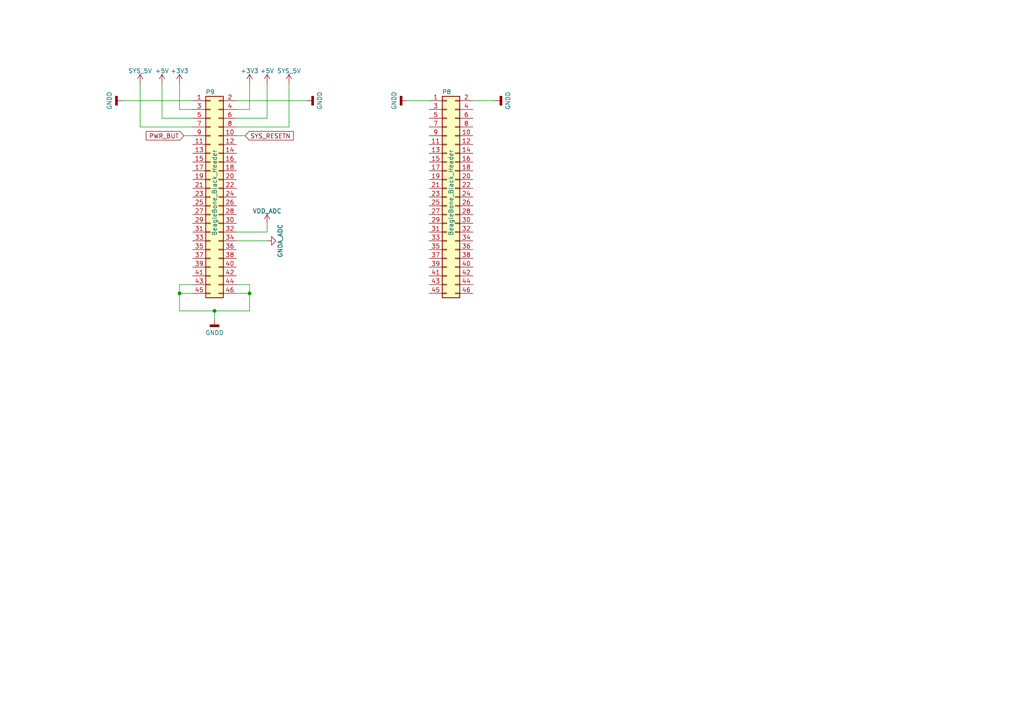
<source format=kicad_sch>
(kicad_sch (version 20230121) (generator eeschema)
  (paper "A4")
  (lib_symbols
    (symbol "BeagleBone-Black-Cape-rescue:+3.3V-power" (power) (pin_names (offset 0))
      (property "Value" "+3.3V-power" (at 0 3.556 0))
      (symbol "+3.3V-power_0_1"
        (polyline (pts (xy -0.762 1.27) (xy 0 2.54)))
        (polyline (pts (xy 0 0) (xy 0 2.54)))
        (polyline (pts (xy 0 2.54) (xy 0.762 1.27)))
      )
      (symbol "+3.3V-power_1_1"
        (pin power_in line (at 0 0 90) (length 0) hide (name "+3V3") (number "1"))
      )
    )
    (symbol "Connector_Generic:Conn_02x23_Odd_Even" (pin_names (offset 1.016) hide)
      (property "Reference" "J" (at 1.27 30.48 0))
      (property "Value" "Conn_02x23_Odd_Even" (at 1.27 -30.48 0))
      (symbol "Conn_02x23_Odd_Even_1_1"
        (rectangle (start -1.27 -27.813) (end 0 -28.067) (stroke (width 0.1524)))
        (rectangle (start -1.27 -25.273) (end 0 -25.527) (stroke (width 0.1524)))
        (rectangle (start -1.27 -22.733) (end 0 -22.987) (stroke (width 0.1524)))
        (rectangle (start -1.27 -20.193) (end 0 -20.447) (stroke (width 0.1524)))
        (rectangle (start -1.27 -17.653) (end 0 -17.907) (stroke (width 0.1524)))
        (rectangle (start -1.27 -15.113) (end 0 -15.367) (stroke (width 0.1524)))
        (rectangle (start -1.27 -12.573) (end 0 -12.827) (stroke (width 0.1524)))
        (rectangle (start -1.27 -10.033) (end 0 -10.287) (stroke (width 0.1524)))
        (rectangle (start -1.27 -7.493) (end 0 -7.747) (stroke (width 0.1524)))
        (rectangle (start -1.27 -4.953) (end 0 -5.207) (stroke (width 0.1524)))
        (rectangle (start -1.27 -2.413) (end 0 -2.667) (stroke (width 0.1524)))
        (rectangle (start -1.27 0.127) (end 0 -0.127) (stroke (width 0.1524)))
        (rectangle (start -1.27 2.667) (end 0 2.413) (stroke (width 0.1524)))
        (rectangle (start -1.27 5.207) (end 0 4.953) (stroke (width 0.1524)))
        (rectangle (start -1.27 7.747) (end 0 7.493) (stroke (width 0.1524)))
        (rectangle (start -1.27 10.287) (end 0 10.033) (stroke (width 0.1524)))
        (rectangle (start -1.27 12.827) (end 0 12.573) (stroke (width 0.1524)))
        (rectangle (start -1.27 15.367) (end 0 15.113) (stroke (width 0.1524)))
        (rectangle (start -1.27 17.907) (end 0 17.653) (stroke (width 0.1524)))
        (rectangle (start -1.27 20.447) (end 0 20.193) (stroke (width 0.1524)))
        (rectangle (start -1.27 22.987) (end 0 22.733) (stroke (width 0.1524)))
        (rectangle (start -1.27 25.527) (end 0 25.273) (stroke (width 0.1524)))
        (rectangle (start -1.27 28.067) (end 0 27.813) (stroke (width 0.1524)))
        (rectangle (start -1.27 29.21) (end 3.81 -29.21) (stroke (width 0.254)) (fill (type background)))
        (rectangle (start 3.81 -27.813) (end 2.54 -28.067) (stroke (width 0.1524)))
        (rectangle (start 3.81 -25.273) (end 2.54 -25.527) (stroke (width 0.1524)))
        (rectangle (start 3.81 -22.733) (end 2.54 -22.987) (stroke (width 0.1524)))
        (rectangle (start 3.81 -20.193) (end 2.54 -20.447) (stroke (width 0.1524)))
        (rectangle (start 3.81 -17.653) (end 2.54 -17.907) (stroke (width 0.1524)))
        (rectangle (start 3.81 -15.113) (end 2.54 -15.367) (stroke (width 0.1524)))
        (rectangle (start 3.81 -12.573) (end 2.54 -12.827) (stroke (width 0.1524)))
        (rectangle (start 3.81 -10.033) (end 2.54 -10.287) (stroke (width 0.1524)))
        (rectangle (start 3.81 -7.493) (end 2.54 -7.747) (stroke (width 0.1524)))
        (rectangle (start 3.81 -4.953) (end 2.54 -5.207) (stroke (width 0.1524)))
        (rectangle (start 3.81 -2.413) (end 2.54 -2.667) (stroke (width 0.1524)))
        (rectangle (start 3.81 0.127) (end 2.54 -0.127) (stroke (width 0.1524)))
        (rectangle (start 3.81 2.667) (end 2.54 2.413) (stroke (width 0.1524)))
        (rectangle (start 3.81 5.207) (end 2.54 4.953) (stroke (width 0.1524)))
        (rectangle (start 3.81 7.747) (end 2.54 7.493) (stroke (width 0.1524)))
        (rectangle (start 3.81 10.287) (end 2.54 10.033) (stroke (width 0.1524)))
        (rectangle (start 3.81 12.827) (end 2.54 12.573) (stroke (width 0.1524)))
        (rectangle (start 3.81 15.367) (end 2.54 15.113) (stroke (width 0.1524)))
        (rectangle (start 3.81 17.907) (end 2.54 17.653) (stroke (width 0.1524)))
        (rectangle (start 3.81 20.447) (end 2.54 20.193) (stroke (width 0.1524)))
        (rectangle (start 3.81 22.987) (end 2.54 22.733) (stroke (width 0.1524)))
        (rectangle (start 3.81 25.527) (end 2.54 25.273) (stroke (width 0.1524)))
        (rectangle (start 3.81 28.067) (end 2.54 27.813) (stroke (width 0.1524)))
        (pin passive line (at -5.08 27.94 0) (length 3.81) (name "Pin_1") (number "1"))
        (pin passive line (at 7.62 17.78 180) (length 3.81) (name "Pin_10") (number "10"))
        (pin passive line (at -5.08 15.24 0) (length 3.81) (name "Pin_11") (number "11"))
        (pin passive line (at 7.62 15.24 180) (length 3.81) (name "Pin_12") (number "12"))
        (pin passive line (at -5.08 12.7 0) (length 3.81) (name "Pin_13") (number "13"))
        (pin passive line (at 7.62 12.7 180) (length 3.81) (name "Pin_14") (number "14"))
        (pin passive line (at -5.08 10.16 0) (length 3.81) (name "Pin_15") (number "15"))
        (pin passive line (at 7.62 10.16 180) (length 3.81) (name "Pin_16") (number "16"))
        (pin passive line (at -5.08 7.62 0) (length 3.81) (name "Pin_17") (number "17"))
        (pin passive line (at 7.62 7.62 180) (length 3.81) (name "Pin_18") (number "18"))
        (pin passive line (at -5.08 5.08 0) (length 3.81) (name "Pin_19") (number "19"))
        (pin passive line (at 7.62 27.94 180) (length 3.81) (name "Pin_2") (number "2"))
        (pin passive line (at 7.62 5.08 180) (length 3.81) (name "Pin_20") (number "20"))
        (pin passive line (at -5.08 2.54 0) (length 3.81) (name "Pin_21") (number "21"))
        (pin passive line (at 7.62 2.54 180) (length 3.81) (name "Pin_22") (number "22"))
        (pin passive line (at -5.08 0 0) (length 3.81) (name "Pin_23") (number "23"))
        (pin passive line (at 7.62 0 180) (length 3.81) (name "Pin_24") (number "24"))
        (pin passive line (at -5.08 -2.54 0) (length 3.81) (name "Pin_25") (number "25"))
        (pin passive line (at 7.62 -2.54 180) (length 3.81) (name "Pin_26") (number "26"))
        (pin passive line (at -5.08 -5.08 0) (length 3.81) (name "Pin_27") (number "27"))
        (pin passive line (at 7.62 -5.08 180) (length 3.81) (name "Pin_28") (number "28"))
        (pin passive line (at -5.08 -7.62 0) (length 3.81) (name "Pin_29") (number "29"))
        (pin passive line (at -5.08 25.4 0) (length 3.81) (name "Pin_3") (number "3"))
        (pin passive line (at 7.62 -7.62 180) (length 3.81) (name "Pin_30") (number "30"))
        (pin passive line (at -5.08 -10.16 0) (length 3.81) (name "Pin_31") (number "31"))
        (pin passive line (at 7.62 -10.16 180) (length 3.81) (name "Pin_32") (number "32"))
        (pin passive line (at -5.08 -12.7 0) (length 3.81) (name "Pin_33") (number "33"))
        (pin passive line (at 7.62 -12.7 180) (length 3.81) (name "Pin_34") (number "34"))
        (pin passive line (at -5.08 -15.24 0) (length 3.81) (name "Pin_35") (number "35"))
        (pin passive line (at 7.62 -15.24 180) (length 3.81) (name "Pin_36") (number "36"))
        (pin passive line (at -5.08 -17.78 0) (length 3.81) (name "Pin_37") (number "37"))
        (pin passive line (at 7.62 -17.78 180) (length 3.81) (name "Pin_38") (number "38"))
        (pin passive line (at -5.08 -20.32 0) (length 3.81) (name "Pin_39") (number "39"))
        (pin passive line (at 7.62 25.4 180) (length 3.81) (name "Pin_4") (number "4"))
        (pin passive line (at 7.62 -20.32 180) (length 3.81) (name "Pin_40") (number "40"))
        (pin passive line (at -5.08 -22.86 0) (length 3.81) (name "Pin_41") (number "41"))
        (pin passive line (at 7.62 -22.86 180) (length 3.81) (name "Pin_42") (number "42"))
        (pin passive line (at -5.08 -25.4 0) (length 3.81) (name "Pin_43") (number "43"))
        (pin passive line (at 7.62 -25.4 180) (length 3.81) (name "Pin_44") (number "44"))
        (pin passive line (at -5.08 -27.94 0) (length 3.81) (name "Pin_45") (number "45"))
        (pin passive line (at 7.62 -27.94 180) (length 3.81) (name "Pin_46") (number "46"))
        (pin passive line (at -5.08 22.86 0) (length 3.81) (name "Pin_5") (number "5"))
        (pin passive line (at 7.62 22.86 180) (length 3.81) (name "Pin_6") (number "6"))
        (pin passive line (at -5.08 20.32 0) (length 3.81) (name "Pin_7") (number "7"))
        (pin passive line (at 7.62 20.32 180) (length 3.81) (name "Pin_8") (number "8"))
        (pin passive line (at -5.08 17.78 0) (length 3.81) (name "Pin_9") (number "9"))
      )
    )
    (symbol "power:+5V" (power) (pin_names (offset 0))
      (property "Value" "+5V" (at 0 3.556 0))
      (symbol "+5V_0_1"
        (polyline (pts (xy -0.762 1.27) (xy 0 2.54)))
        (polyline (pts (xy 0 0) (xy 0 2.54)))
        (polyline (pts (xy 0 2.54) (xy 0.762 1.27)))
      )
      (symbol "+5V_1_1"
        (pin power_in line (at 0 0 90) (length 0) hide (name "+5V") (number "1"))
      )
    )
    (symbol "power:GNDD" (power) (pin_names (offset 0))
      (property "Value" "GNDD" (at 0 -3.175 0))
      (symbol "GNDD_0_1"
        (rectangle (start -1.27 -1.524) (end 1.27 -2.032) (stroke (width 0.254)) (fill (type outline)))
        (polyline (pts (xy 0 0) (xy 0 -1.524)))
      )
      (symbol "GNDD_1_1"
        (pin power_in line (at 0 0 270) (length 0) hide (name "GNDD") (number "1"))
      )
    )
    (symbol "pwr_BeagleBone:GNDA_ADC" (power) (pin_names (offset 0))
      (property "Value" "GNDA_ADC" (at 0 -3.81 0))
      (symbol "GNDA_ADC_0_1"
        (polyline (pts (xy 0 0) (xy 0 -1.27) (xy 1.27 -1.27) (xy 0 -2.54) (xy -1.27 -1.27) (xy 0 -1.27)))
      )
      (symbol "GNDA_ADC_1_1"
        (pin power_in line (at 0 0 270) (length 0) hide (name "GNDA_ADC") (number "1"))
      )
    )
    (symbol "pwr_BeagleBone:SYS_5V" (power) (pin_names (offset 0))
      (property "Value" "SYS_5V" (at 0 3.556 0))
      (symbol "SYS_5V_0_1"
        (polyline (pts (xy -0.762 1.27) (xy 0 2.54)))
        (polyline (pts (xy 0 0) (xy 0 2.54)))
        (polyline (pts (xy 0 2.54) (xy 0.762 1.27)))
      )
      (symbol "SYS_5V_1_1"
        (pin power_in line (at 0 0 90) (length 0) hide (name "SYS_5V") (number "1"))
      )
    )
    (symbol "pwr_BeagleBone:VDD_ADC" (power) (pin_names (offset 0))
      (property "Value" "VDD_ADC" (at 0 3.556 0))
      (symbol "VDD_ADC_0_1"
        (polyline (pts (xy -0.762 1.27) (xy 0 2.54)))
        (polyline (pts (xy 0 0) (xy 0 2.54)))
        (polyline (pts (xy 0 2.54) (xy 0.762 1.27)))
      )
      (symbol "VDD_ADC_1_1"
        (pin power_in line (at 0 0 90) (length 0) hide (name "VDD_ADC") (number "1"))
      )
    )
  )
  (junction (at 52.07 85.09))
  (junction (at 62.23 90.17))
  (junction (at 72.39 85.09))
  (wire (pts (xy 55.88 85.09) (xy 52.07 85.09)))
  (wire (pts (xy 68.58 82.55) (xy 72.39 82.55)))
  (wire (pts (xy 68.58 31.75) (xy 72.39 31.75)))
  (wire (pts (xy 77.47 67.31) (xy 77.47 64.77)))
  (wire (pts (xy 46.99 34.29) (xy 46.99 24.13)))
  (wire (pts (xy 55.88 34.29) (xy 46.99 34.29)))
  (wire (pts (xy 40.64 36.83) (xy 40.64 24.13)))
  (wire (pts (xy 72.39 85.09) (xy 72.39 90.17)))
  (wire (pts (xy 72.39 90.17) (xy 62.23 90.17)))
  (wire (pts (xy 62.23 90.17) (xy 52.07 90.17)))
  (wire (pts (xy 83.82 36.83) (xy 68.58 36.83)))
  (wire (pts (xy 68.58 39.37) (xy 71.12 39.37)))
  (wire (pts (xy 68.58 29.21) (xy 88.9 29.21)))
  (wire (pts (xy 72.39 31.75) (xy 72.39 24.13)))
  (wire (pts (xy 83.82 24.13) (xy 83.82 36.83)))
  (wire (pts (xy 118.11 29.21) (xy 124.46 29.21)))
  (wire (pts (xy 52.07 85.09) (xy 52.07 82.55)))
  (wire (pts (xy 55.88 39.37) (xy 53.34 39.37)))
  (wire (pts (xy 68.58 34.29) (xy 77.47 34.29)))
  (wire (pts (xy 55.88 31.75) (xy 52.07 31.75)))
  (wire (pts (xy 77.47 34.29) (xy 77.47 24.13)))
  (wire (pts (xy 137.16 29.21) (xy 143.51 29.21)))
  (wire (pts (xy 62.23 92.71) (xy 62.23 90.17)))
  (wire (pts (xy 55.88 29.21) (xy 35.56 29.21)))
  (wire (pts (xy 68.58 67.31) (xy 77.47 67.31)))
  (wire (pts (xy 52.07 90.17) (xy 52.07 85.09)))
  (wire (pts (xy 52.07 31.75) (xy 52.07 24.13)))
  (wire (pts (xy 72.39 82.55) (xy 72.39 85.09)))
  (wire (pts (xy 52.07 82.55) (xy 55.88 82.55)))
  (wire (pts (xy 55.88 36.83) (xy 40.64 36.83)))
  (wire (pts (xy 68.58 69.85) (xy 77.47 69.85)))
  (wire (pts (xy 68.58 85.09) (xy 72.39 85.09)))
  (global_label "PWR_BUT" (shape input) (at 53.34 39.37 180) (property "Intersheetrefs" "${INTERSHEET_REFS}" (effects hide)))
  (global_label "SYS_RESETN" (shape input) (at 71.12 39.37 0) (property "Intersheetrefs" "${INTERSHEET_REFS}" (effects hide)))
  (symbol (lib_id "power:GNDD") (at 62.23 92.71 0) (unit 1)
    (property "Reference" "#PWR01" (effects hide))
    (property "Value" "GNDD" (at 62.23 96.52 0))
  )
  (symbol (lib_id "power:GNDD") (at 88.9 29.21 90) (unit 1)
    (property "Reference" "#PWR02" (effects hide))
    (property "Value" "GNDD" (at 92.71 29.21 0))
  )
  (symbol (lib_id "power:GNDD") (at 35.56 29.21 270) (unit 1)
    (property "Reference" "#PWR03" (effects hide))
    (property "Value" "GNDD" (at 31.75 29.21 0))
  )
  (symbol (lib_id "power:GNDD") (at 118.11 29.21 270) (unit 1)
    (property "Reference" "#PWR04" (effects hide))
    (property "Value" "GNDD" (at 114.3 29.21 0))
  )
  (symbol (lib_id "power:GNDD") (at 143.51 29.21 90) (unit 1)
    (property "Reference" "#PWR05" (effects hide))
    (property "Value" "GNDD" (at 147.32 29.21 0))
  )
  (symbol (lib_id "BeagleBone-Black-Cape-rescue:+3.3V-power") (at 72.39 24.13 0) (unit 1)
    (property "Reference" "#PWR06" (effects hide))
    (property "Value" "+3V3" (at 72.39 20.574 0))
  )
  (symbol (lib_id "power:+5V") (at 77.47 24.13 0) (unit 1)
    (property "Reference" "#PWR07" (effects hide))
    (property "Value" "+5V" (at 77.47 20.574 0))
  )
  (symbol (lib_id "BeagleBone-Black-Cape-rescue:+3.3V-power") (at 52.07 24.13 0) (unit 1)
    (property "Reference" "#PWR08" (effects hide))
    (property "Value" "+3V3" (at 52.07 20.574 0))
  )
  (symbol (lib_id "power:+5V") (at 46.99 24.13 0) (unit 1)
    (property "Reference" "#PWR09" (effects hide))
    (property "Value" "+5V" (at 46.99 20.574 0))
  )
  (symbol (lib_id "pwr_BeagleBone:SYS_5V") (at 83.82 24.13 0) (unit 1)
    (property "Reference" "#PWR010" (effects hide))
    (property "Value" "SYS_5V" (at 83.82 20.574 0))
  )
  (symbol (lib_id "pwr_BeagleBone:SYS_5V") (at 40.64 24.13 0) (unit 1)
    (property "Reference" "#PWR011" (effects hide))
    (property "Value" "SYS_5V" (at 40.64 20.574 0))
  )
  (symbol (lib_id "pwr_BeagleBone:VDD_ADC") (at 77.47 64.77 0) (unit 1)
    (property "Reference" "#PWR012" (effects hide))
    (property "Value" "VDD_ADC" (at 77.47 61.214 0))
  )
  (symbol (lib_id "pwr_BeagleBone:GNDA_ADC") (at 77.47 69.85 90) (unit 1)
    (property "Reference" "#PWR013" (effects hide))
    (property "Value" "GNDA_ADC" (at 81.28 69.85 0))
  )
  (symbol (lib_id "Connector_Generic:Conn_02x23_Odd_Even") (at 60.96 57.15 0) (unit 1)
    (property "Reference" "P9" (at 60.96 26.67 0))
    (property "Value" "BeagleBone_Black_Header" (at 62.23 55.88 90))
    (property "Footprint" "Socket_BeagleBone_Black:Socket_BeagleBone_Black" (effects hide))
  )
  (symbol (lib_id "Connector_Generic:Conn_02x23_Odd_Even") (at 129.54 57.15 0) (unit 1)
    (property "Reference" "P8" (at 129.54 26.67 0))
    (property "Value" "BeagleBone_Black_Header" (at 130.81 55.88 90))
    (property "Footprint" "Socket_BeagleBone_Black:Socket_BeagleBone_Black" (effects hide))
  )
)
</source>
